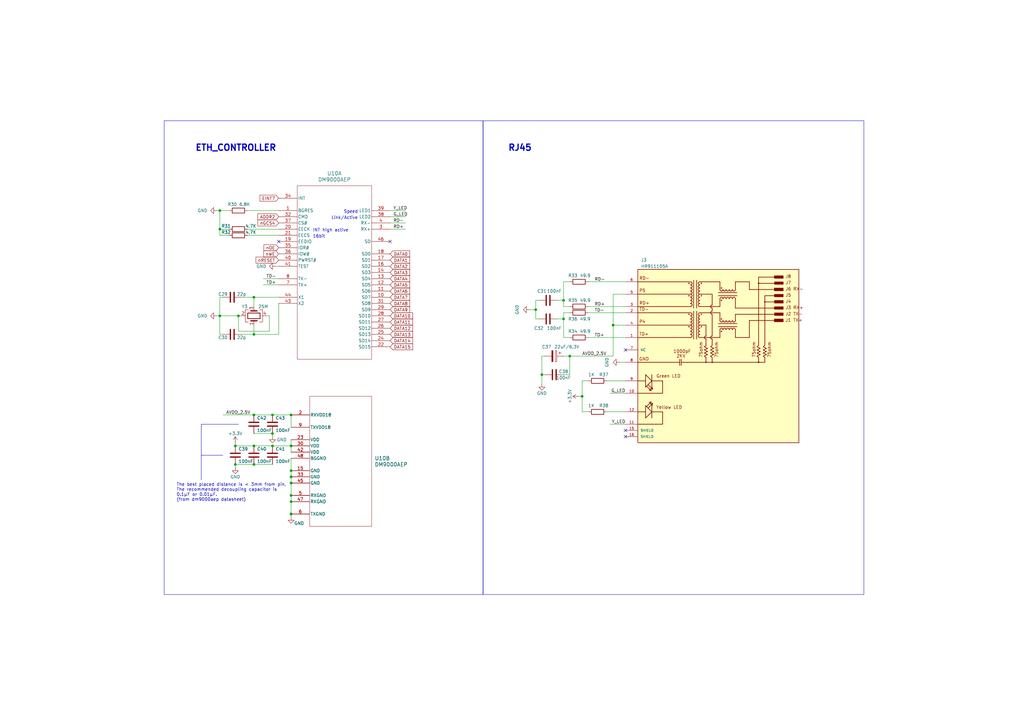
<source format=kicad_sch>
(kicad_sch (version 20230121) (generator eeschema)
  (paper "A3")
  (lib_symbols
    (symbol "DM9000BEP:DM9000BEP" (pin_names (offset 0.254))
      (property "Reference" "U" (at 22.86 10.16 0))
      (property "Value" "DM9000BEP" (at 22.86 7.62 0))
      (symbol "DM9000BEP_1_1"
        (polyline (pts (xy 7.62 -66.04) (xy 38.1 -66.04)) (stroke (width 0.127)))
        (polyline (pts (xy 7.62 5.08) (xy 7.62 -66.04)) (stroke (width 0.127)))
        (polyline (pts (xy 38.1 -66.04) (xy 38.1 5.08)) (stroke (width 0.127)))
        (polyline (pts (xy 38.1 5.08) (xy 7.62 5.08)) (stroke (width 0.127)))
        (pin unspecified line (at 0 -5.08 0) (length 7.62) (name "BGRES") (number "1"))
        (pin bidirectional line (at 45.72 -40.64 180) (length 7.62) (name "SD7") (number "10"))
        (pin bidirectional line (at 45.72 -38.1 180) (length 7.62) (name "SD6") (number "11"))
        (pin bidirectional line (at 45.72 -35.56 180) (length 7.62) (name "SD5") (number "12"))
        (pin bidirectional line (at 45.72 -33.02 180) (length 7.62) (name "SD4") (number "13"))
        (pin bidirectional line (at 45.72 -30.48 180) (length 7.62) (name "SD3") (number "14"))
        (pin bidirectional line (at 45.72 -27.94 180) (length 7.62) (name "SD2") (number "16"))
        (pin bidirectional line (at 45.72 -25.4 180) (length 7.62) (name "SD1") (number "17"))
        (pin bidirectional line (at 45.72 -22.86 180) (length 7.62) (name "SD0") (number "18"))
        (pin unspecified line (at 0 -17.78 0) (length 7.62) (name "EEDIO") (number "19"))
        (pin unspecified line (at 0 -12.7 0) (length 7.62) (name "EECK") (number "20"))
        (pin unspecified line (at 0 -15.24 0) (length 7.62) (name "EECS") (number "21"))
        (pin bidirectional line (at 45.72 -60.96 180) (length 7.62) (name "SD15") (number "22"))
        (pin bidirectional line (at 45.72 -58.42 180) (length 7.62) (name "SD14") (number "24"))
        (pin bidirectional line (at 45.72 -55.88 180) (length 7.62) (name "SD13") (number "25"))
        (pin bidirectional line (at 45.72 -53.34 180) (length 7.62) (name "SD12") (number "26"))
        (pin bidirectional line (at 45.72 -50.8 180) (length 7.62) (name "SD11") (number "27"))
        (pin bidirectional line (at 45.72 -48.26 180) (length 7.62) (name "SD10") (number "28"))
        (pin bidirectional line (at 45.72 -45.72 180) (length 7.62) (name "SD9") (number "29"))
        (pin unspecified line (at 45.72 -12.7 180) (length 7.62) (name "RX+") (number "3"))
        (pin bidirectional line (at 45.72 -43.18 180) (length 7.62) (name "SD8") (number "31"))
        (pin unspecified line (at 0 -7.62 0) (length 7.62) (name "CMD") (number "32"))
        (pin unspecified line (at 0 0 0) (length 7.62) (name "INT") (number "34"))
        (pin unspecified line (at 0 -20.32 0) (length 7.62) (name "IOR#") (number "35"))
        (pin unspecified line (at 0 -22.86 0) (length 7.62) (name "IOW#") (number "36"))
        (pin unspecified line (at 0 -10.16 0) (length 7.62) (name "CS#") (number "37"))
        (pin bidirectional line (at 45.72 -7.62 180) (length 7.62) (name "LED2") (number "38"))
        (pin bidirectional line (at 45.72 -5.08 180) (length 7.62) (name "LED1") (number "39"))
        (pin unspecified line (at 45.72 -10.16 180) (length 7.62) (name "RX-") (number "4"))
        (pin unspecified line (at 0 -25.4 0) (length 7.62) (name "PWRST#") (number "40"))
        (pin unspecified line (at 0 -27.94 0) (length 7.62) (name "TEST") (number "41"))
        (pin unspecified line (at 0 -43.18 0) (length 7.62) (name "X2") (number "43"))
        (pin bidirectional line (at 0 -40.64 0) (length 7.62) (name "X1") (number "44"))
        (pin unspecified line (at 45.72 -17.78 180) (length 7.62) (name "SD") (number "46"))
        (pin unspecified line (at 0 -35.56 0) (length 7.62) (name "TX+") (number "7"))
        (pin unspecified line (at 0 -33.02 0) (length 7.62) (name "TX-") (number "8"))
      )
      (symbol "DM9000BEP_2_1"
        (polyline (pts (xy 7.62 -45.72) (xy 33.02 -45.72)) (stroke (width 0.127)))
        (polyline (pts (xy 7.62 7.62) (xy 7.62 -45.72)) (stroke (width 0.127)))
        (polyline (pts (xy 33.02 -45.72) (xy 33.02 7.62)) (stroke (width 0.127)))
        (polyline (pts (xy 33.02 7.62) (xy 7.62 7.62)) (stroke (width 0.127)))
        (pin power_out line (at 0 -22.86 0) (length 7.62) (name "GND") (number "15"))
        (pin power_in line (at 0 0 0) (length 7.62) (name "RXVDD18") (number "2"))
        (pin power_in line (at 0 -10.16 0) (length 7.62) (name "VDD") (number "23"))
        (pin power_in line (at 0 -12.7 0) (length 7.62) (name "VDD") (number "30"))
        (pin power_out line (at 0 -25.4 0) (length 7.62) (name "GND") (number "33"))
        (pin power_in line (at 0 -15.24 0) (length 7.62) (name "VDD") (number "42"))
        (pin power_out line (at 0 -27.94 0) (length 7.62) (name "GND") (number "45"))
        (pin power_out line (at 0 -35.56 0) (length 7.62) (name "RXGND") (number "47"))
        (pin power_out line (at 0 -17.78 0) (length 7.62) (name "BGGND") (number "48"))
        (pin power_out line (at 0 -33.02 0) (length 7.62) (name "RXGND") (number "5"))
        (pin power_out line (at 0 -40.64 0) (length 7.62) (name "TXGND") (number "6"))
        (pin power_in line (at 0 -5.08 0) (length 7.62) (name "TXVDD18") (number "9"))
      )
    )
    (symbol "Device:C" (pin_numbers hide) (pin_names (offset 0.254))
      (property "Reference" "C" (at 0.635 2.54 0))
      (property "Value" "C" (at 0.635 -2.54 0))
      (symbol "C_0_1"
        (polyline (pts (xy -2.032 -0.762) (xy 2.032 -0.762)) (stroke (width 0.508)))
        (polyline (pts (xy -2.032 0.762) (xy 2.032 0.762)) (stroke (width 0.508)))
      )
      (symbol "C_1_1"
        (pin passive line (at 0 3.81 270) (length 2.794) (name "~") (number "1"))
        (pin passive line (at 0 -3.81 90) (length 2.794) (name "~") (number "2"))
      )
    )
    (symbol "Device:C_Polarized" (pin_numbers hide) (pin_names (offset 0.254))
      (property "Reference" "C" (at 0.635 2.54 0))
      (property "Value" "C_Polarized" (at 0.635 -2.54 0))
      (symbol "C_Polarized_0_1"
        (rectangle (start -2.286 0.508) (end 2.286 1.016))
        (polyline (pts (xy -1.778 2.286) (xy -0.762 2.286)))
        (polyline (pts (xy -1.27 2.794) (xy -1.27 1.778)))
        (rectangle (start 2.286 -0.508) (end -2.286 -1.016) (fill (type outline)))
      )
      (symbol "C_Polarized_1_1"
        (pin passive line (at 0 3.81 270) (length 2.794) (name "~") (number "1"))
        (pin passive line (at 0 -3.81 90) (length 2.794) (name "~") (number "2"))
      )
    )
    (symbol "Device:Crystal_GND24" (pin_names (offset 1.016) hide)
      (property "Reference" "Y" (at 3.175 5.08 0))
      (property "Value" "Crystal_GND24" (at 3.175 3.175 0))
      (symbol "Crystal_GND24_0_1"
        (rectangle (start -1.143 2.54) (end 1.143 -2.54) (stroke (width 0.3048)))
        (polyline (pts (xy -2.54 0) (xy -2.032 0)))
        (polyline (pts (xy -2.032 -1.27) (xy -2.032 1.27)) (stroke (width 0.508)))
        (polyline (pts (xy 0 -3.81) (xy 0 -3.556)))
        (polyline (pts (xy 0 3.556) (xy 0 3.81)))
        (polyline (pts (xy 2.032 -1.27) (xy 2.032 1.27)) (stroke (width 0.508)))
        (polyline (pts (xy 2.032 0) (xy 2.54 0)))
        (polyline (pts (xy -2.54 -2.286) (xy -2.54 -3.556) (xy 2.54 -3.556) (xy 2.54 -2.286)))
        (polyline (pts (xy -2.54 2.286) (xy -2.54 3.556) (xy 2.54 3.556) (xy 2.54 2.286)))
      )
      (symbol "Crystal_GND24_1_1"
        (pin passive line (at -3.81 0 0) (length 1.27) (name "1") (number "1"))
        (pin passive line (at 0 5.08 270) (length 1.27) (name "2") (number "2"))
        (pin passive line (at 3.81 0 180) (length 1.27) (name "3") (number "3"))
        (pin passive line (at 0 -5.08 90) (length 1.27) (name "4") (number "4"))
      )
    )
    (symbol "Device:R" (pin_numbers hide) (pin_names (offset 0))
      (property "Reference" "R" (at 2.032 0 90))
      (property "Value" "R" (at 0 0 90))
      (symbol "R_0_1"
        (rectangle (start -1.016 -2.54) (end 1.016 2.54) (stroke (width 0.254)))
      )
      (symbol "R_1_1"
        (pin passive line (at 0 3.81 270) (length 1.27) (name "~") (number "1"))
        (pin passive line (at 0 -3.81 90) (length 1.27) (name "~") (number "2"))
      )
    )
    (symbol "HR911105A:HR911105A" (pin_names (offset 1.016))
      (property "Reference" "J3" (at -31.75 39.37 0))
      (property "Value" "HR911105A" (at -31.75 36.83 0))
      (symbol "HR911105A_0_0"
        (rectangle (start -33.02 -35.56) (end 33.02 35.56) (stroke (width 0.254)) (fill (type background)))
        (circle (center -12.065 12.065) (radius 0.1524) (stroke (width 0.254)))
        (circle (center -12.065 17.145) (radius 0.1524) (stroke (width 0.254)))
        (circle (center -12.065 24.765) (radius 0.1524) (stroke (width 0.254)))
        (circle (center -12.065 29.845) (radius 0.1524) (stroke (width 0.254)))
        (arc (start -11.43 7.62) (mid -10.981 7.806) (end -10.795 8.255) (stroke (width 0.254)))
        (arc (start -11.43 8.89) (mid -11.0274 9.1224) (end -10.795 9.525) (stroke (width 0.254)))
        (arc (start -11.43 10.16) (mid -10.981 10.346) (end -10.795 10.795) (stroke (width 0.254)))
        (arc (start -11.43 11.43) (mid -10.981 11.616) (end -10.795 12.065) (stroke (width 0.254)))
        (arc (start -11.43 12.7) (mid -10.981 12.886) (end -10.795 13.335) (stroke (width 0.254)))
        (arc (start -11.43 13.97) (mid -10.981 14.156) (end -10.795 14.605) (stroke (width 0.254)))
        (arc (start -11.43 15.24) (mid -10.981 15.426) (end -10.795 15.875) (stroke (width 0.254)))
        (arc (start -11.43 16.51) (mid -10.981 16.696) (end -10.795 17.145) (stroke (width 0.254)))
        (arc (start -11.43 20.32) (mid -10.981 20.506) (end -10.795 20.955) (stroke (width 0.254)))
        (arc (start -11.43 21.59) (mid -11.0274 21.8224) (end -10.795 22.225) (stroke (width 0.254)))
        (arc (start -11.43 22.86) (mid -10.981 23.046) (end -10.795 23.495) (stroke (width 0.254)))
        (arc (start -11.43 24.13) (mid -10.981 24.316) (end -10.795 24.765) (stroke (width 0.254)))
        (arc (start -11.43 25.4) (mid -10.981 25.586) (end -10.795 26.035) (stroke (width 0.254)))
        (arc (start -11.43 26.67) (mid -10.981 26.856) (end -10.795 27.305) (stroke (width 0.254)))
        (arc (start -11.43 27.94) (mid -10.981 28.126) (end -10.795 28.575) (stroke (width 0.254)))
        (arc (start -11.43 29.21) (mid -10.981 29.396) (end -10.795 29.845) (stroke (width 0.254)))
        (arc (start -10.795 8.255) (mid -10.981 8.704) (end -11.43 8.89) (stroke (width 0.254)))
        (arc (start -10.795 9.525) (mid -10.981 9.974) (end -11.43 10.16) (stroke (width 0.254)))
        (arc (start -10.795 10.795) (mid -10.981 11.244) (end -11.43 11.43) (stroke (width 0.254)))
        (arc (start -10.795 12.065) (mid -10.981 12.514) (end -11.43 12.7) (stroke (width 0.254)))
        (arc (start -10.795 13.335) (mid -10.981 13.784) (end -11.43 13.97) (stroke (width 0.254)))
        (arc (start -10.795 14.605) (mid -10.981 15.054) (end -11.43 15.24) (stroke (width 0.254)))
        (arc (start -10.795 15.875) (mid -10.981 16.324) (end -11.43 16.51) (stroke (width 0.254)))
        (arc (start -10.795 17.145) (mid -10.981 17.594) (end -11.43 17.78) (stroke (width 0.254)))
        (arc (start -10.795 20.955) (mid -10.981 21.404) (end -11.43 21.59) (stroke (width 0.254)))
        (arc (start -10.795 22.225) (mid -10.981 22.674) (end -11.43 22.86) (stroke (width 0.254)))
        (arc (start -10.795 23.495) (mid -10.981 23.944) (end -11.43 24.13) (stroke (width 0.254)))
        (arc (start -10.795 24.765) (mid -10.981 25.214) (end -11.43 25.4) (stroke (width 0.254)))
        (arc (start -10.795 26.035) (mid -10.981 26.484) (end -11.43 26.67) (stroke (width 0.254)))
        (arc (start -10.795 27.305) (mid -10.981 27.754) (end -11.43 27.94) (stroke (width 0.254)))
        (arc (start -10.795 28.575) (mid -10.981 29.024) (end -11.43 29.21) (stroke (width 0.254)))
        (arc (start -10.795 29.845) (mid -10.981 30.294) (end -11.43 30.48) (stroke (width 0.254)))
        (arc (start -8.255 8.255) (mid -8.069 7.806) (end -7.62 7.62) (stroke (width 0.254)))
        (arc (start -8.255 9.525) (mid -8.069 9.076) (end -7.62 8.89) (stroke (width 0.254)))
        (arc (start -8.255 10.795) (mid -8.069 10.346) (end -7.62 10.16) (stroke (width 0.254)))
        (arc (start -8.255 12.065) (mid -8.069 11.616) (end -7.62 11.43) (stroke (width 0.254)))
        (arc (start -8.255 13.335) (mid -8.069 12.886) (end -7.62 12.7) (stroke (width 0.254)))
        (arc (start -8.255 14.605) (mid -8.069 14.156) (end -7.62 13.97) (stroke (width 0.254)))
        (arc (start -8.255 15.875) (mid -8.069 15.426) (end -7.62 15.24) (stroke (width 0.254)))
        (arc (start -8.255 17.145) (mid -8.069 16.696) (end -7.62 16.51) (stroke (width 0.254)))
        (arc (start -8.255 20.955) (mid -8.069 20.506) (end -7.62 20.32) (stroke (width 0.254)))
        (arc (start -8.255 22.225) (mid -8.069 21.776) (end -7.62 21.59) (stroke (width 0.254)))
        (arc (start -8.255 23.495) (mid -8.069 23.046) (end -7.62 22.86) (stroke (width 0.254)))
        (arc (start -8.255 24.765) (mid -8.069 24.316) (end -7.62 24.13) (stroke (width 0.254)))
        (arc (start -8.255 26.035) (mid -8.069 25.586) (end -7.62 25.4) (stroke (width 0.254)))
        (arc (start -8.255 27.305) (mid -8.069 26.856) (end -7.62 26.67) (stroke (width 0.254)))
        (arc (start -8.255 28.575) (mid -8.069 28.126) (end -7.62 27.94) (stroke (width 0.254)))
        (arc (start -8.255 29.845) (mid -8.069 29.396) (end -7.62 29.21) (stroke (width 0.254)))
        (arc (start -7.62 8.89) (mid -8.069 8.704) (end -8.255 8.255) (stroke (width 0.254)))
        (arc (start -7.62 10.16) (mid -8.069 9.974) (end -8.255 9.525) (stroke (width 0.254)))
        (arc (start -7.62 11.43) (mid -8.069 11.244) (end -8.255 10.795) (stroke (width 0.254)))
        (arc (start -7.62 12.7) (mid -8.069 12.514) (end -8.255 12.065) (stroke (width 0.254)))
        (arc (start -7.62 13.97) (mid -8.069 13.784) (end -8.255 13.335) (stroke (width 0.254)))
        (arc (start -7.62 15.24) (mid -8.069 15.054) (end -8.255 14.605) (stroke (width 0.254)))
        (arc (start -7.62 16.51) (mid -8.0226 16.2776) (end -8.255 15.875) (stroke (width 0.254)))
        (arc (start -7.62 17.78) (mid -8.069 17.594) (end -8.255 17.145) (stroke (width 0.254)))
        (arc (start -7.62 21.59) (mid -8.069 21.404) (end -8.255 20.955) (stroke (width 0.254)))
        (arc (start -7.62 22.86) (mid -8.069 22.674) (end -8.255 22.225) (stroke (width 0.254)))
        (arc (start -7.62 24.13) (mid -8.069 23.944) (end -8.255 23.495) (stroke (width 0.254)))
        (arc (start -7.62 25.4) (mid -8.069 25.214) (end -8.255 24.765) (stroke (width 0.254)))
        (arc (start -7.62 26.67) (mid -8.069 26.484) (end -8.255 26.035) (stroke (width 0.254)))
        (arc (start -7.62 27.94) (mid -8.069 27.754) (end -8.255 27.305) (stroke (width 0.254)))
        (arc (start -7.62 29.21) (mid -8.0226 28.9776) (end -8.255 28.575) (stroke (width 0.254)))
        (arc (start -7.62 30.48) (mid -8.069 30.294) (end -8.255 29.845) (stroke (width 0.254)))
        (circle (center -6.985 12.065) (radius 0.1524) (stroke (width 0.254)))
        (circle (center -6.985 17.145) (radius 0.1524) (stroke (width 0.254)))
        (circle (center -6.985 24.765) (radius 0.1524) (stroke (width 0.254)))
        (circle (center -6.985 29.845) (radius 0.1524) (stroke (width 0.254)))
        (arc (start -5.715 7.62) (mid -5.529 7.171) (end -5.08 6.985) (stroke (width 0.254)))
        (circle (center -5.08 -2.54) (radius 0.1778) (stroke (width 0.254)))
        (arc (start -5.08 8.255) (mid -5.529 8.069) (end -5.715 7.62) (stroke (width 0.254)))
        (arc (start -3.175 7.62) (mid -2.989 7.171) (end -2.54 6.985) (stroke (width 0.254)))
        (arc (start -3.175 17.78) (mid -2.989 17.331) (end -2.54 17.145) (stroke (width 0.254)))
        (arc (start -3.175 20.32) (mid -2.989 19.871) (end -2.54 19.685) (stroke (width 0.254)))
        (circle (center -2.54 -2.54) (radius 0.1778) (stroke (width 0.254)))
        (arc (start -2.54 8.255) (mid -2.989 8.069) (end -3.175 7.62) (stroke (width 0.254)))
        (arc (start -2.54 18.415) (mid -2.989 18.229) (end -3.175 17.78) (stroke (width 0.254)))
        (arc (start -2.54 20.955) (mid -2.989 20.769) (end -3.175 20.32) (stroke (width 0.254)))
        (polyline (pts (xy -33.02 -27.94) (xy -22.86 -27.94)) (stroke (width 0.254)))
        (polyline (pts (xy -33.02 -15.24) (xy -22.86 -15.24)) (stroke (width 0.254)))
        (polyline (pts (xy -33.02 12.7) (xy -11.43 12.7)) (stroke (width 0.254)))
        (polyline (pts (xy -33.02 20.32) (xy -11.43 20.32)) (stroke (width 0.254)))
        (polyline (pts (xy -29.845 -25.4) (xy -27.305 -22.86)) (stroke (width 0.254)))
        (polyline (pts (xy -29.845 -22.86) (xy -33.02 -22.86)) (stroke (width 0.254)))
        (polyline (pts (xy -29.845 -22.86) (xy -29.845 -25.4)) (stroke (width 0.254)))
        (polyline (pts (xy -29.845 -20.32) (xy -29.845 -22.86)) (stroke (width 0.254)))
        (polyline (pts (xy -29.845 -12.7) (xy -29.845 -10.16)) (stroke (width 0.254)))
        (polyline (pts (xy -29.845 -10.16) (xy -33.02 -10.16)) (stroke (width 0.254)))
        (polyline (pts (xy -29.845 -10.16) (xy -29.845 -7.62)) (stroke (width 0.254)))
        (polyline (pts (xy -29.845 -7.62) (xy -27.305 -10.16)) (stroke (width 0.254)))
        (polyline (pts (xy -29.464 -20.701) (xy -29.845 -20.32)) (stroke (width 0.254)))
        (polyline (pts (xy -29.464 -20.701) (xy -27.559 -18.796)) (stroke (width 0.254)))
        (polyline (pts (xy -29.464 -12.319) (xy -29.845 -12.7)) (stroke (width 0.254)))
        (polyline (pts (xy -29.464 -12.319) (xy -27.559 -14.224)) (stroke (width 0.254)))
        (polyline (pts (xy -28.829 -21.336) (xy -29.464 -20.701)) (stroke (width 0.254)))
        (polyline (pts (xy -28.829 -21.336) (xy -26.924 -19.431)) (stroke (width 0.254)))
        (polyline (pts (xy -28.829 -11.684) (xy -29.464 -12.319)) (stroke (width 0.254)))
        (polyline (pts (xy -28.829 -11.684) (xy -26.924 -13.589)) (stroke (width 0.254)))
        (polyline (pts (xy -27.559 -18.796) (xy -28.448 -19.05)) (stroke (width 0.254)))
        (polyline (pts (xy -27.559 -18.796) (xy -27.813 -19.685)) (stroke (width 0.254)))
        (polyline (pts (xy -27.559 -14.224) (xy -28.448 -13.97)) (stroke (width 0.254)))
        (polyline (pts (xy -27.559 -14.224) (xy -27.813 -13.335)) (stroke (width 0.254)))
        (polyline (pts (xy -27.305 -22.86) (xy -28.829 -21.336)) (stroke (width 0.254)))
        (polyline (pts (xy -27.305 -22.86) (xy -27.305 -25.4)) (stroke (width 0.254)))
        (polyline (pts (xy -27.305 -22.86) (xy -22.86 -22.86)) (stroke (width 0.254)))
        (polyline (pts (xy -27.305 -20.32) (xy -27.305 -22.86)) (stroke (width 0.254)))
        (polyline (pts (xy -27.305 -12.7) (xy -27.305 -10.16)) (stroke (width 0.254)))
        (polyline (pts (xy -27.305 -10.16) (xy -28.829 -11.684)) (stroke (width 0.254)))
        (polyline (pts (xy -27.305 -10.16) (xy -27.305 -7.62)) (stroke (width 0.254)))
        (polyline (pts (xy -27.305 -10.16) (xy -22.86 -10.16)) (stroke (width 0.254)))
        (polyline (pts (xy -26.924 -19.431) (xy -27.813 -19.685)) (stroke (width 0.254)))
        (polyline (pts (xy -26.924 -19.431) (xy -27.178 -20.32)) (stroke (width 0.254)))
        (polyline (pts (xy -26.924 -13.589) (xy -27.813 -13.335)) (stroke (width 0.254)))
        (polyline (pts (xy -26.924 -13.589) (xy -27.178 -12.7)) (stroke (width 0.254)))
        (polyline (pts (xy -22.86 -27.94) (xy -22.86 -22.86)) (stroke (width 0.254)))
        (polyline (pts (xy -22.86 -15.24) (xy -22.86 -10.16)) (stroke (width 0.254)))
        (polyline (pts (xy -15.875 -2.54) (xy -33.02 -2.54)) (stroke (width 0.254)))
        (polyline (pts (xy -15.875 -2.54) (xy -15.875 -3.81)) (stroke (width 0.254)))
        (polyline (pts (xy -15.875 -1.27) (xy -15.875 -2.54)) (stroke (width 0.254)))
        (polyline (pts (xy -15.24 -2.54) (xy -15.24 -3.81)) (stroke (width 0.254)))
        (polyline (pts (xy -15.24 -2.54) (xy -15.24 -1.27)) (stroke (width 0.254)))
        (polyline (pts (xy -11.43 7.62) (xy -33.02 7.62)) (stroke (width 0.254)))
        (polyline (pts (xy -11.43 17.78) (xy -33.02 17.78)) (stroke (width 0.254)))
        (polyline (pts (xy -11.43 25.4) (xy -33.02 25.4)) (stroke (width 0.254)))
        (polyline (pts (xy -11.43 30.48) (xy -33.02 30.48)) (stroke (width 0.254)))
        (polyline (pts (xy -10.16 18.415) (xy -10.16 6.985)) (stroke (width 0.254)))
        (polyline (pts (xy -10.16 31.115) (xy -10.16 19.685)) (stroke (width 0.254)))
        (polyline (pts (xy -8.89 18.415) (xy -8.89 6.985)) (stroke (width 0.254)))
        (polyline (pts (xy -8.89 31.115) (xy -8.89 19.685)) (stroke (width 0.254)))
        (polyline (pts (xy -7.62 7.62) (xy -5.715 7.62)) (stroke (width 0.254)))
        (polyline (pts (xy -7.62 20.32) (xy -3.175 20.32)) (stroke (width 0.254)))
        (polyline (pts (xy -7.62 25.4) (xy -2.54 25.4)) (stroke (width 0.254)))
        (polyline (pts (xy -5.715 0) (xy -5.08 -0.635)) (stroke (width 0.254)))
        (polyline (pts (xy -5.715 1.27) (xy -4.445 0.635)) (stroke (width 0.254)))
        (polyline (pts (xy -5.715 2.54) (xy -4.445 1.905)) (stroke (width 0.254)))
        (polyline (pts (xy -5.715 3.81) (xy -4.445 3.175)) (stroke (width 0.254)))
        (polyline (pts (xy -5.715 7.62) (xy -3.175 7.62)) (stroke (width 0.254)))
        (polyline (pts (xy -5.08 -2.54) (xy -15.24 -2.54)) (stroke (width 0.254)))
        (polyline (pts (xy -5.08 -0.635) (xy -5.08 -2.54)) (stroke (width 0.254)))
        (polyline (pts (xy -5.08 4.445) (xy -5.715 3.81)) (stroke (width 0.254)))
        (polyline (pts (xy -5.08 6.985) (xy -5.08 4.445)) (stroke (width 0.254)))
        (polyline (pts (xy -5.08 8.255) (xy -5.08 12.7)) (stroke (width 0.254)))
        (polyline (pts (xy -5.08 12.7) (xy -7.62 12.7)) (stroke (width 0.254)))
        (polyline (pts (xy -4.445 0.635) (xy -5.715 0)) (stroke (width 0.254)))
        (polyline (pts (xy -4.445 1.905) (xy -5.715 1.27)) (stroke (width 0.254)))
        (polyline (pts (xy -4.445 3.175) (xy -5.715 2.54)) (stroke (width 0.254)))
        (polyline (pts (xy -3.175 0) (xy -2.54 -0.635)) (stroke (width 0.254)))
        (polyline (pts (xy -3.175 1.27) (xy -1.905 0.635)) (stroke (width 0.254)))
        (polyline (pts (xy -3.175 2.54) (xy -1.905 1.905)) (stroke (width 0.254)))
        (polyline (pts (xy -3.175 3.81) (xy -1.905 3.175)) (stroke (width 0.254)))
        (polyline (pts (xy -3.175 7.62) (xy 0.635 7.62)) (stroke (width 0.254)))
        (polyline (pts (xy -3.175 17.78) (xy -7.62 17.78)) (stroke (width 0.254)))
        (polyline (pts (xy -3.175 20.32) (xy 0.635 20.32)) (stroke (width 0.254)))
        (polyline (pts (xy -2.54 -0.635) (xy -2.54 -2.54)) (stroke (width 0.254)))
        (polyline (pts (xy -2.54 4.445) (xy -3.175 3.81)) (stroke (width 0.254)))
        (polyline (pts (xy -2.54 6.985) (xy -2.54 4.445)) (stroke (width 0.254)))
        (polyline (pts (xy -2.54 17.145) (xy -2.54 8.255)) (stroke (width 0.254)))
        (polyline (pts (xy -2.54 19.685) (xy -2.54 18.415)) (stroke (width 0.254)))
        (polyline (pts (xy -2.54 25.4) (xy -2.54 20.955)) (stroke (width 0.254)))
        (polyline (pts (xy -1.905 0.635) (xy -3.175 0)) (stroke (width 0.254)))
        (polyline (pts (xy -1.905 1.905) (xy -3.175 1.27)) (stroke (width 0.254)))
        (polyline (pts (xy -1.905 3.175) (xy -3.175 2.54)) (stroke (width 0.254)))
        (polyline (pts (xy 0 12.065) (xy 7.62 12.065)) (stroke (width 0.254)))
        (polyline (pts (xy 0 13.335) (xy 7.62 13.335)) (stroke (width 0.254)))
        (polyline (pts (xy 0 24.765) (xy 7.62 24.765)) (stroke (width 0.254)))
        (polyline (pts (xy 0 26.035) (xy 7.62 26.035)) (stroke (width 0.254)))
        (polyline (pts (xy 0.635 7.62) (xy 0.635 10.795)) (stroke (width 0.254)))
        (polyline (pts (xy 0.635 14.605) (xy 0.635 17.78)) (stroke (width 0.254)))
        (polyline (pts (xy 0.635 17.78) (xy -3.175 17.78)) (stroke (width 0.254)))
        (polyline (pts (xy 0.635 20.32) (xy 0.635 23.495)) (stroke (width 0.254)))
        (polyline (pts (xy 0.635 27.305) (xy 0.635 30.48)) (stroke (width 0.254)))
        (polyline (pts (xy 0.635 30.48) (xy -7.62 30.48)) (stroke (width 0.254)))
        (polyline (pts (xy 6.985 10.795) (xy 6.985 7.62)) (stroke (width 0.254)))
        (polyline (pts (xy 6.985 17.145) (xy 6.985 14.605)) (stroke (width 0.254)))
        (polyline (pts (xy 6.985 23.495) (xy 6.985 19.685)) (stroke (width 0.254)))
        (polyline (pts (xy 6.985 30.48) (xy 6.985 27.305)) (stroke (width 0.254)))
        (polyline (pts (xy 12.7 7.62) (xy 6.985 7.62)) (stroke (width 0.254)))
        (polyline (pts (xy 12.7 14.605) (xy 12.7 7.62)) (stroke (width 0.254)))
        (polyline (pts (xy 12.7 27.305) (xy 12.7 30.48)) (stroke (width 0.254)))
        (polyline (pts (xy 12.7 30.48) (xy 6.985 30.48)) (stroke (width 0.254)))
        (polyline (pts (xy 15.875 0) (xy 16.51 -0.635)) (stroke (width 0.254)))
        (polyline (pts (xy 15.875 1.27) (xy 17.145 0.635)) (stroke (width 0.254)))
        (polyline (pts (xy 15.875 2.54) (xy 17.145 1.905)) (stroke (width 0.254)))
        (polyline (pts (xy 15.875 3.81) (xy 17.145 3.175)) (stroke (width 0.254)))
        (polyline (pts (xy 16.51 -0.635) (xy 16.51 -2.54)) (stroke (width 0.254)))
        (polyline (pts (xy 16.51 4.445) (xy 15.875 3.81)) (stroke (width 0.254)))
        (polyline (pts (xy 16.51 29.845) (xy 16.51 4.445)) (stroke (width 0.254)))
        (polyline (pts (xy 16.51 29.845) (xy 23.495 29.845)) (stroke (width 0.254)))
        (polyline (pts (xy 16.51 32.385) (xy 16.51 29.845)) (stroke (width 0.254)))
        (polyline (pts (xy 17.145 0.635) (xy 15.875 0)) (stroke (width 0.254)))
        (polyline (pts (xy 17.145 1.905) (xy 15.875 1.27)) (stroke (width 0.254)))
        (polyline (pts (xy 17.145 3.175) (xy 15.875 2.54)) (stroke (width 0.254)))
        (polyline (pts (xy 18.415 0) (xy 19.05 -0.635)) (stroke (width 0.254)))
        (polyline (pts (xy 18.415 1.27) (xy 19.685 0.635)) (stroke (width 0.254)))
        (polyline (pts (xy 18.415 2.54) (xy 19.685 1.905)) (stroke (width 0.254)))
        (polyline (pts (xy 18.415 3.81) (xy 19.685 3.175)) (stroke (width 0.254)))
        (polyline (pts (xy 19.05 -2.54) (xy -5.08 -2.54)) (stroke (width 0.254)))
        (polyline (pts (xy 19.05 -0.635) (xy 19.05 -2.54)) (stroke (width 0.254)))
        (polyline (pts (xy 19.05 4.445) (xy 18.415 3.81)) (stroke (width 0.254)))
        (polyline (pts (xy 19.05 22.225) (xy 19.05 4.445)) (stroke (width 0.254)))
        (polyline (pts (xy 19.05 22.225) (xy 23.495 22.225)) (stroke (width 0.254)))
        (polyline (pts (xy 19.05 24.765) (xy 19.05 22.225)) (stroke (width 0.254)))
        (polyline (pts (xy 19.685 0.635) (xy 18.415 0)) (stroke (width 0.254)))
        (polyline (pts (xy 19.685 1.905) (xy 18.415 1.27)) (stroke (width 0.254)))
        (polyline (pts (xy 19.685 3.175) (xy 18.415 2.54)) (stroke (width 0.254)))
        (polyline (pts (xy 23.495 14.605) (xy 12.7 14.605)) (stroke (width 0.254)))
        (polyline (pts (xy 23.495 17.145) (xy 6.985 17.145)) (stroke (width 0.254)))
        (polyline (pts (xy 23.495 19.685) (xy 6.985 19.685)) (stroke (width 0.254)))
        (polyline (pts (xy 23.495 24.765) (xy 19.05 24.765)) (stroke (width 0.254)))
        (polyline (pts (xy 23.495 27.305) (xy 12.7 27.305)) (stroke (width 0.254)))
        (polyline (pts (xy 23.495 32.385) (xy 16.51 32.385)) (stroke (width 0.254)))
        (arc (start 0.635 14.605) (mid 0.821 14.156) (end 1.27 13.97) (stroke (width 0.254)))
        (arc (start 0.635 27.305) (mid 0.821 26.856) (end 1.27 26.67) (stroke (width 0.254)))
        (circle (center 1.27 10.16) (radius 0.1524) (stroke (width 0.254)))
        (arc (start 1.27 11.43) (mid 0.821 11.244) (end 0.635 10.795) (stroke (width 0.254)))
        (arc (start 1.27 13.97) (mid 1.719 14.156) (end 1.905 14.605) (stroke (width 0.254)))
        (circle (center 1.27 15.24) (radius 0.1524) (stroke (width 0.254)))
        (circle (center 1.27 22.86) (radius 0.1524) (stroke (width 0.254)))
        (arc (start 1.27 24.13) (mid 0.821 23.944) (end 0.635 23.495) (stroke (width 0.254)))
        (arc (start 1.27 26.67) (mid 1.719 26.856) (end 1.905 27.305) (stroke (width 0.254)))
        (circle (center 1.27 27.94) (radius 0.1524) (stroke (width 0.254)))
        (arc (start 1.905 10.795) (mid 1.719 11.244) (end 1.27 11.43) (stroke (width 0.254)))
        (arc (start 1.905 14.605) (mid 2.091 14.156) (end 2.54 13.97) (stroke (width 0.254)))
        (arc (start 1.905 23.495) (mid 1.719 23.944) (end 1.27 24.13) (stroke (width 0.254)))
        (arc (start 1.905 27.305) (mid 2.091 26.856) (end 2.54 26.67) (stroke (width 0.254)))
        (arc (start 2.54 11.43) (mid 2.091 11.244) (end 1.905 10.795) (stroke (width 0.254)))
        (arc (start 2.54 13.97) (mid 2.989 14.156) (end 3.175 14.605) (stroke (width 0.254)))
        (arc (start 2.54 24.13) (mid 2.091 23.944) (end 1.905 23.495) (stroke (width 0.254)))
        (arc (start 2.54 26.67) (mid 2.989 26.856) (end 3.175 27.305) (stroke (width 0.254)))
        (arc (start 3.175 10.795) (mid 2.989 11.244) (end 2.54 11.43) (stroke (width 0.254)))
        (arc (start 3.175 14.605) (mid 3.361 14.156) (end 3.81 13.97) (stroke (width 0.254)))
        (arc (start 3.175 23.495) (mid 2.989 23.944) (end 2.54 24.13) (stroke (width 0.254)))
        (arc (start 3.175 27.305) (mid 3.361 26.856) (end 3.81 26.67) (stroke (width 0.254)))
        (arc (start 3.81 11.43) (mid 3.361 11.244) (end 3.175 10.795) (stroke (width 0.254)))
        (arc (start 3.81 13.97) (mid 4.259 14.156) (end 4.445 14.605) (stroke (width 0.254)))
        (arc (start 3.81 24.13) (mid 3.361 23.944) (end 3.175 23.495) (stroke (width 0.254)))
        (arc (start 3.81 26.67) (mid 4.259 26.856) (end 4.445 27.305) (stroke (width 0.254)))
        (arc (start 4.445 10.795) (mid 4.259 11.244) (end 3.81 11.43) (stroke (width 0.254)))
        (arc (start 4.445 14.605) (mid 4.631 14.156) (end 5.08 13.97) (stroke (width 0.254)))
        (arc (start 4.445 23.495) (mid 4.259 23.944) (end 3.81 24.13) (stroke (width 0.254)))
        (arc (start 4.445 27.305) (mid 4.631 26.856) (end 5.08 26.67) (stroke (width 0.254)))
        (arc (start 5.08 11.43) (mid 4.631 11.244) (end 4.445 10.795) (stroke (width 0.254)))
        (arc (start 5.08 13.97) (mid 5.529 14.156) (end 5.715 14.605) (stroke (width 0.254)))
        (arc (start 5.08 24.13) (mid 4.631 23.944) (end 4.445 23.495) (stroke (width 0.254)))
        (arc (start 5.08 26.67) (mid 5.529 26.856) (end 5.715 27.305) (stroke (width 0.254)))
        (arc (start 5.715 10.795) (mid 5.529 11.244) (end 5.08 11.43) (stroke (width 0.254)))
        (arc (start 5.715 14.605) (mid 5.901 14.156) (end 6.35 13.97) (stroke (width 0.254)))
        (arc (start 5.715 23.495) (mid 5.529 23.944) (end 5.08 24.13) (stroke (width 0.254)))
        (arc (start 5.715 27.305) (mid 5.901 26.856) (end 6.35 26.67) (stroke (width 0.254)))
        (arc (start 6.35 11.43) (mid 5.901 11.244) (end 5.715 10.795) (stroke (width 0.254)))
        (arc (start 6.35 13.97) (mid 6.799 14.156) (end 6.985 14.605) (stroke (width 0.254)))
        (arc (start 6.35 24.13) (mid 5.901 23.944) (end 5.715 23.495) (stroke (width 0.254)))
        (arc (start 6.35 26.67) (mid 6.799 26.856) (end 6.985 27.305) (stroke (width 0.254)))
        (arc (start 6.985 10.795) (mid 6.799 11.244) (end 6.35 11.43) (stroke (width 0.254)))
        (arc (start 6.985 23.495) (mid 6.799 23.944) (end 6.35 24.13) (stroke (width 0.254)))
        (circle (center 16.51 -2.54) (radius 0.1778) (stroke (width 0.254)))
        (circle (center 16.51 29.845) (radius 0.1796) (stroke (width 0.254)))
        (circle (center 19.05 22.225) (radius 0.1796) (stroke (width 0.254)))
        (rectangle (start 22.895 26.7109) (end 26.67 27.94) (stroke (width 0.1)) (fill (type outline)))
        (rectangle (start 22.9148 14.0035) (end 26.67 15.24) (stroke (width 0.1)) (fill (type outline)))
        (rectangle (start 22.9195 31.8326) (end 26.67 33.02) (stroke (width 0.1)) (fill (type outline)))
        (rectangle (start 22.9601 19.1332) (end 26.67 20.32) (stroke (width 0.1)) (fill (type outline)))
        (rectangle (start 22.9642 24.24) (end 26.67 25.4) (stroke (width 0.1)) (fill (type outline)))
        (rectangle (start 22.9856 21.7087) (end 26.67 22.86) (stroke (width 0.1)) (fill (type outline)))
        (rectangle (start 22.9894 29.3755) (end 26.67 30.48) (stroke (width 0.1)) (fill (type outline)))
        (rectangle (start 23.0037 16.6138) (end 26.67 17.78) (stroke (width 0.1)) (fill (type outline)))
        (text "1000pF" (at -18.5009 1.2418 0) (effects (font (size 1.2759 1.2759)) (justify left bottom)))
        (text "2KV" (at -17.2312 -0.672 0) (effects (font (size 1.2764 1.2764)) (justify left bottom)))
        (text "75ohm" (at -6.39 -0.6549 900) (effects (font (size 1.278 1.278)) (justify left bottom)))
        (text "75ohm" (at 0 -0.6673 900) (effects (font (size 1.2758 1.2758)) (justify left bottom)))
        (text "75ohm" (at 15.335 -0.6618 900) (effects (font (size 1.2779 1.2779)) (justify left bottom)))
        (text "75ohm" (at 21.6925 -0.6552 900) (effects (font (size 1.276 1.276)) (justify left bottom)))
        (text "GND" (at -32.5483 -1.9146 0) (effects (font (size 1.2764 1.2764)) (justify left bottom)))
        (text "Green LED" (at -25.4919 -8.9222 0) (effects (font (size 1.2757 1.2757)) (justify left bottom)))
        (text "J1 TX+" (at 27.4391 14.0069 0) (effects (font (size 1.2765 1.2765)) (justify left bottom)))
        (text "J2 TX-" (at 27.4571 16.5812 0) (effects (font (size 1.2773 1.2773)) (justify left bottom)))
        (text "J3 RX+" (at 27.4566 19.1518 0) (effects (font (size 1.2771 1.2771)) (justify left bottom)))
        (text "J4" (at 27.4594 21.7053 0) (effects (font (size 1.2773 1.2773)) (justify left bottom)))
        (text "J5" (at 27.4773 24.265 0) (effects (font (size 1.2782 1.2782)) (justify left bottom)))
        (text "J6 RX-" (at 27.4683 26.8166 0) (effects (font (size 1.2777 1.2777)) (justify left bottom)))
        (text "J7" (at 27.469 29.3671 0) (effects (font (size 1.2778 1.2778)) (justify left bottom)))
        (text "J8" (at 27.4681 31.9296 0) (effects (font (size 1.2777 1.2777)) (justify left bottom)))
        (text "P4" (at -32.5444 13.4006 0) (effects (font (size 1.2763 1.2763)) (justify left bottom)))
        (text "P5" (at -32.5348 26.1555 0) (effects (font (size 1.2759 1.2759)) (justify left bottom)))
        (text "RD+" (at -32.4935 21.0252 0) (effects (font (size 1.2743 1.2743)) (justify left bottom)))
        (text "RD-" (at -32.4987 31.2242 0) (effects (font (size 1.2745 1.2745)) (justify left bottom)))
        (text "TD+" (at -32.5695 8.302 0) (effects (font (size 1.2772 1.2772)) (justify left bottom)))
        (text "TD-" (at -32.5142 18.4885 0) (effects (font (size 1.2751 1.2751)) (justify left bottom)))
        (text "Yellow LED" (at -25.5352 -21.705 0) (effects (font (size 1.2791 1.2791)) (justify left bottom)))
        (pin passive line (at -38.1 7.62 0) (length 5.08) (name "~") (number "1"))
        (pin passive line (at -38.1 -15.24 0) (length 5.08) (name "~") (number "10"))
        (pin passive line (at -38.1 -27.94 0) (length 5.08) (name "~") (number "11"))
        (pin passive line (at -38.1 -22.86 0) (length 5.08) (name "~") (number "12"))
        (pin passive line (at -38.1 -30.48 0) (length 5.08) (name "SHIELD") (number "15"))
        (pin passive line (at -38.1 -33.02 0) (length 5.08) (name "SHIELD") (number "16"))
        (pin passive line (at -38.1 17.78 0) (length 5.08) (name "~") (number "2"))
        (pin passive line (at -38.1 20.32 0) (length 5.08) (name "~") (number "3"))
        (pin passive line (at -38.1 12.7 0) (length 5.08) (name "~") (number "4"))
        (pin passive line (at -38.1 25.4 0) (length 5.08) (name "~") (number "5"))
        (pin passive line (at -38.1 30.48 0) (length 5.08) (name "~") (number "6"))
        (pin power_in line (at -38.1 -2.54 0) (length 5.08) (name "~") (number "8"))
        (pin passive line (at -38.1 -10.16 0) (length 5.08) (name "~") (number "9"))
      )
      (symbol "HR911105A_1_1"
        (pin passive line (at -38.1 2.54 0) (length 5.08) (name "NC") (number "7"))
      )
    )
    (symbol "power:+3.3V" (power) (pin_names (offset 0))
      (property "Value" "+3.3V" (at 0 3.556 0))
      (symbol "+3.3V_0_1"
        (polyline (pts (xy -0.762 1.27) (xy 0 2.54)))
        (polyline (pts (xy 0 0) (xy 0 2.54)))
        (polyline (pts (xy 0 2.54) (xy 0.762 1.27)))
      )
      (symbol "+3.3V_1_1"
        (pin power_in line (at 0 0 90) (length 0) hide (name "+3.3V") (number "1"))
      )
    )
    (symbol "power:GND" (power) (pin_names (offset 0))
      (property "Value" "GND" (at 0 -3.81 0))
      (symbol "GND_0_1"
        (polyline (pts (xy 0 0) (xy 0 -1.27) (xy 1.27 -1.27) (xy 0 -2.54) (xy -1.27 -1.27) (xy 0 -1.27)))
      )
      (symbol "GND_1_1"
        (pin power_in line (at 0 0 270) (length 0) hide (name "GND") (number "1"))
      )
    )
  )
  (junction (at 119.38 210.82))
  (junction (at 104.14 182.88))
  (junction (at 104.14 190.5))
  (junction (at 96.52 182.88))
  (junction (at 104.14 170.18))
  (junction (at 222.25 153.67))
  (junction (at 233.68 146.05))
  (junction (at 238.76 162.56))
  (junction (at 104.14 121.92))
  (junction (at 96.52 190.5))
  (junction (at 119.38 203.2))
  (junction (at 111.76 177.8))
  (junction (at 90.17 86.36))
  (junction (at 251.46 133.35))
  (junction (at 231.14 130.81))
  (junction (at 219.71 127))
  (junction (at 119.38 193.04))
  (junction (at 104.14 137.16))
  (junction (at 119.38 170.18))
  (junction (at 119.38 195.58))
  (junction (at 97.79 129.54))
  (junction (at 119.38 205.74))
  (junction (at 119.38 182.88))
  (junction (at 111.76 170.18))
  (junction (at 90.17 129.54))
  (junction (at 231.14 123.19))
  (junction (at 119.38 198.12))
  (junction (at 90.17 93.98))
  (junction (at 111.76 182.88))
  (no_connect (at 256.54 179.07))
  (no_connect (at 114.3 99.06))
  (no_connect (at 160.02 99.06))
  (no_connect (at 256.54 143.51))
  (no_connect (at 256.54 176.53))
  (wire (pts (xy 119.38 170.18) (xy 119.38 175.26)))
  (wire (pts (xy 96.52 181.61) (xy 96.52 182.88)))
  (wire (pts (xy 220.98 123.19) (xy 219.71 123.19)))
  (wire (pts (xy 96.52 190.5) (xy 104.14 190.5)))
  (wire (pts (xy 99.06 137.16) (xy 104.14 137.16)))
  (wire (pts (xy 90.17 86.36) (xy 93.98 86.36)))
  (wire (pts (xy 104.14 182.88) (xy 111.76 182.88)))
  (wire (pts (xy 119.38 205.74) (xy 119.38 210.82)))
  (wire (pts (xy 104.14 190.5) (xy 111.76 190.5)))
  (wire (pts (xy 97.79 135.89) (xy 97.79 129.54)))
  (wire (pts (xy 241.3 128.27) (xy 256.54 128.27)))
  (wire (pts (xy 104.14 121.92) (xy 114.3 121.92)))
  (wire (pts (xy 160.02 93.98) (xy 166.37 93.98)))
  (wire (pts (xy 104.14 121.92) (xy 104.14 125.73)))
  (wire (pts (xy 119.38 203.2) (xy 119.38 205.74)))
  (wire (pts (xy 233.68 146.05) (xy 233.68 153.67)))
  (wire (pts (xy 96.52 182.88) (xy 104.14 182.88)))
  (wire (pts (xy 233.68 128.27) (xy 231.14 128.27)))
  (wire (pts (xy 119.38 210.82) (xy 119.38 212.09)))
  (wire (pts (xy 238.76 156.21) (xy 241.3 156.21)))
  (wire (pts (xy 101.6 96.52) (xy 114.3 96.52)))
  (polyline (pts (xy 82.55 186.69) (xy 82.55 196.85)))
  (wire (pts (xy 223.52 153.67) (xy 222.25 153.67)))
  (wire (pts (xy 119.38 187.96) (xy 119.38 193.04)))
  (wire (pts (xy 241.3 115.57) (xy 256.54 115.57)))
  (wire (pts (xy 90.17 93.98) (xy 90.17 96.52)))
  (wire (pts (xy 233.68 153.67) (xy 231.14 153.67)))
  (wire (pts (xy 119.38 198.12) (xy 119.38 203.2)))
  (wire (pts (xy 109.22 129.54) (xy 110.49 129.54)))
  (wire (pts (xy 248.92 168.91) (xy 256.54 168.91)))
  (wire (pts (xy 91.44 121.92) (xy 90.17 121.92)))
  (wire (pts (xy 104.14 177.8) (xy 111.76 177.8)))
  (wire (pts (xy 251.46 120.65) (xy 256.54 120.65)))
  (wire (pts (xy 231.14 130.81) (xy 231.14 138.43)))
  (wire (pts (xy 119.38 195.58) (xy 119.38 198.12)))
  (polyline (pts (xy 82.55 173.99) (xy 97.79 173.99)))
  (wire (pts (xy 90.17 129.54) (xy 90.17 137.16)))
  (wire (pts (xy 219.71 130.81) (xy 220.98 130.81)))
  (wire (pts (xy 107.95 116.84) (xy 114.3 116.84)))
  (wire (pts (xy 254 148.59) (xy 256.54 148.59)))
  (wire (pts (xy 219.71 127) (xy 219.71 130.81)))
  (wire (pts (xy 90.17 137.16) (xy 91.44 137.16)))
  (wire (pts (xy 88.9 129.54) (xy 90.17 129.54)))
  (wire (pts (xy 114.3 137.16) (xy 114.3 124.46)))
  (wire (pts (xy 160.02 91.44) (xy 166.37 91.44)))
  (wire (pts (xy 111.76 170.18) (xy 119.38 170.18)))
  (wire (pts (xy 231.14 115.57) (xy 231.14 123.19)))
  (wire (pts (xy 160.02 86.36) (xy 166.37 86.36)))
  (wire (pts (xy 241.3 168.91) (xy 238.76 168.91)))
  (wire (pts (xy 233.68 115.57) (xy 231.14 115.57)))
  (wire (pts (xy 222.25 157.48) (xy 222.25 153.67)))
  (wire (pts (xy 90.17 93.98) (xy 93.98 93.98)))
  (wire (pts (xy 231.14 125.73) (xy 233.68 125.73)))
  (wire (pts (xy 231.14 146.05) (xy 233.68 146.05)))
  (wire (pts (xy 251.46 133.35) (xy 256.54 133.35)))
  (wire (pts (xy 250.19 161.29) (xy 256.54 161.29)))
  (wire (pts (xy 238.76 162.56) (xy 238.76 168.91)))
  (wire (pts (xy 222.25 153.67) (xy 222.25 146.05)))
  (wire (pts (xy 91.44 170.18) (xy 104.14 170.18)))
  (wire (pts (xy 160.02 88.9) (xy 166.37 88.9)))
  (wire (pts (xy 111.76 179.07) (xy 111.76 177.8)))
  (wire (pts (xy 90.17 129.54) (xy 97.79 129.54)))
  (wire (pts (xy 231.14 138.43) (xy 233.68 138.43)))
  (wire (pts (xy 238.76 162.56) (xy 238.76 156.21)))
  (wire (pts (xy 104.14 133.35) (xy 104.14 137.16)))
  (wire (pts (xy 93.98 96.52) (xy 90.17 96.52)))
  (wire (pts (xy 228.6 130.81) (xy 231.14 130.81)))
  (wire (pts (xy 251.46 146.05) (xy 251.46 133.35)))
  (polyline (pts (xy 91.44 186.69) (xy 82.55 186.69)))
  (wire (pts (xy 88.9 86.36) (xy 90.17 86.36)))
  (wire (pts (xy 104.14 137.16) (xy 114.3 137.16)))
  (wire (pts (xy 223.52 146.05) (xy 222.25 146.05)))
  (wire (pts (xy 248.92 156.21) (xy 256.54 156.21)))
  (wire (pts (xy 119.38 180.34) (xy 119.38 182.88)))
  (wire (pts (xy 228.6 123.19) (xy 231.14 123.19)))
  (wire (pts (xy 233.68 146.05) (xy 251.46 146.05)))
  (polyline (pts (xy 82.55 186.69) (xy 82.55 173.99)))
  (wire (pts (xy 90.17 86.36) (xy 90.17 93.98)))
  (wire (pts (xy 251.46 133.35) (xy 251.46 120.65)))
  (wire (pts (xy 217.17 127) (xy 219.71 127)))
  (wire (pts (xy 101.6 86.36) (xy 114.3 86.36)))
  (wire (pts (xy 99.06 121.92) (xy 104.14 121.92)))
  (wire (pts (xy 219.71 123.19) (xy 219.71 127)))
  (wire (pts (xy 110.49 135.89) (xy 97.79 135.89)))
  (wire (pts (xy 114.3 93.98) (xy 101.6 93.98)))
  (wire (pts (xy 250.19 173.99) (xy 256.54 173.99)))
  (wire (pts (xy 119.38 193.04) (xy 119.38 195.58)))
  (wire (pts (xy 96.52 191.77) (xy 96.52 190.5)))
  (wire (pts (xy 119.38 182.88) (xy 119.38 185.42)))
  (wire (pts (xy 90.17 121.92) (xy 90.17 129.54)))
  (wire (pts (xy 107.95 114.3) (xy 114.3 114.3)))
  (wire (pts (xy 237.49 162.56) (xy 238.76 162.56)))
  (wire (pts (xy 231.14 128.27) (xy 231.14 130.81)))
  (wire (pts (xy 104.14 170.18) (xy 111.76 170.18)))
  (wire (pts (xy 241.3 138.43) (xy 256.54 138.43)))
  (wire (pts (xy 111.76 182.88) (xy 119.38 182.88)))
  (wire (pts (xy 231.14 125.73) (xy 231.14 123.19)))
  (wire (pts (xy 241.3 125.73) (xy 256.54 125.73)))
  (wire (pts (xy 97.79 129.54) (xy 99.06 129.54)))
  (wire (pts (xy 113.03 109.22) (xy 114.3 109.22)))
  (wire (pts (xy 110.49 129.54) (xy 110.49 135.89)))
  (rectangle (start 67.31 49.53) (end 198.12 243.84))
  (rectangle (start 198.12 49.53) (end 354.33 243.84))
  (text "RJ45" (at 208.28 62.23 0) (effects (font (size 2.54 2.54) (thickness 0.508) bold) (justify left bottom)))
  (text "ETH_CONTROLLER" (at 80.01 62.23 0) (effects (font (size 2.54 2.54) (thickness 0.508) bold) (justify left bottom)))
  (text "The best placed distance is < 3mm from pin,\nThe recommended decoupling capacitor is \n0.1μF or 0.01μF.\n(from dm9000aep datasheet)" (at 72.39 205.74 0) (effects (font (size 1.27 1.27)) (justify left bottom)))
  (text "Speed" (at 140.97 87.63 0) (effects (font (size 1.27 1.27)) (justify left bottom)))
  (text "INT high active" (at 128.27 95.25 0) (effects (font (size 1.27 1.27)) (justify left bottom)))
  (text "Link/Active" (at 135.89 90.17 0) (effects (font (size 1.27 1.27)) (justify left bottom)))
  (text "16bit" (at 128.27 97.79 0) (effects (font (size 1.27 1.27)) (justify left bottom)))
  (label "TD-" (at 243.84 128.27 0))
  (label "Y_LED" (at 161.29 86.36 0))
  (label "G_LED" (at 256.54 161.29 180))
  (label "TD+" (at 109.22 116.84 0))
  (label "G_LED" (at 161.29 88.9 0))
  (label "AVDD_2.5V" (at 238.76 146.05 0))
  (label "AVDD_2.5V" (at 92.71 170.18 0))
  (label "TD+" (at 243.84 138.43 0))
  (label "RD-" (at 161.29 91.44 0))
  (label "RD+" (at 243.84 125.73 0))
  (label "Y_LED" (at 256.54 173.99 180))
  (label "TD-" (at 109.22 114.3 0))
  (label "RD+" (at 161.29 93.98 0))
  (label "RD-" (at 243.84 115.57 0))
  (global_label "DATA6" (shape input) (at 160.02 119.38 0) (property "Intersheetrefs" "${INTERSHEET_REFS}" (effects hide)))
  (global_label "DATA5" (shape input) (at 160.02 116.84 0) (property "Intersheetrefs" "${INTERSHEET_REFS}" (effects hide)))
  (global_label "nOE" (shape input) (at 114.3 101.6 180) (property "Intersheetrefs" "${INTERSHEET_REFS}" (effects hide)))
  (global_label "DATA11" (shape input) (at 160.02 132.08 0) (property "Intersheetrefs" "${INTERSHEET_REFS}" (effects hide)))
  (global_label "DATA2" (shape input) (at 160.02 109.22 0) (property "Intersheetrefs" "${INTERSHEET_REFS}" (effects hide)))
  (global_label "DATA14" (shape input) (at 160.02 139.7 0) (property "Intersheetrefs" "${INTERSHEET_REFS}" (effects hide)))
  (global_label "nGCS4" (shape input) (at 114.3 91.44 180) (property "Intersheetrefs" "${INTERSHEET_REFS}" (effects hide)))
  (global_label "nRESET" (shape input) (at 114.3 106.68 180) (property "Intersheetrefs" "${INTERSHEET_REFS}" (effects hide)))
  (global_label "DATA8" (shape input) (at 160.02 124.46 0) (property "Intersheetrefs" "${INTERSHEET_REFS}" (effects hide)))
  (global_label "ADDR2" (shape input) (at 114.3 88.9 180) (property "Intersheetrefs" "${INTERSHEET_REFS}" (effects hide)))
  (global_label "DATA15" (shape input) (at 160.02 142.24 0) (property "Intersheetrefs" "${INTERSHEET_REFS}" (effects hide)))
  (global_label "DATA3" (shape input) (at 160.02 111.76 0) (property "Intersheetrefs" "${INTERSHEET_REFS}" (effects hide)))
  (global_label "EINT7" (shape input) (at 114.3 81.28 180) (property "Intersheetrefs" "${INTERSHEET_REFS}" (effects hide)))
  (global_label "DATA7" (shape input) (at 160.02 121.92 0) (property "Intersheetrefs" "${INTERSHEET_REFS}" (effects hide)))
  (global_label "DATA4" (shape input) (at 160.02 114.3 0) (property "Intersheetrefs" "${INTERSHEET_REFS}" (effects hide)))
  (global_label "DATA13" (shape input) (at 160.02 137.16 0) (property "Intersheetrefs" "${INTERSHEET_REFS}" (effects hide)))
  (global_label "DATA0" (shape input) (at 160.02 104.14 0) (property "Intersheetrefs" "${INTERSHEET_REFS}" (effects hide)))
  (global_label "nWE" (shape input) (at 114.3 104.14 180) (property "Intersheetrefs" "${INTERSHEET_REFS}" (effects hide)))
  (global_label "DATA12" (shape input) (at 160.02 134.62 0) (property "Intersheetrefs" "${INTERSHEET_REFS}" (effects hide)))
  (global_label "DATA10" (shape input) (at 160.02 129.54 0) (property "Intersheetrefs" "${INTERSHEET_REFS}" (effects hide)))
  (global_label "DATA1" (shape input) (at 160.02 106.68 0) (property "Intersheetrefs" "${INTERSHEET_REFS}" (effects hide)))
  (global_label "DATA9" (shape input) (at 160.02 127 0) (property "Intersheetrefs" "${INTERSHEET_REFS}" (effects hide)))
  (symbol (lib_id "power:GND") (at 222.25 157.48 0) (unit 1)
    (property "Reference" "#PWR030" (effects hide))
    (property "Value" "GND" (at 222.25 161.29 0))
  )
  (symbol (lib_id "Device:R") (at 97.79 86.36 90) (unit 1)
    (property "Reference" "R30" (at 95.25 83.82 90))
    (property "Value" "6.8K" (at 100.33 83.82 90))
    (property "Footprint" "Resistor_SMD:R_0603_1608Metric" (effects hide))
  )
  (symbol (lib_id "power:GND") (at 119.38 212.09 0) (unit 1)
    (property "Reference" "#PWR059" (effects hide))
    (property "Value" "GND" (at 120.65 214.63 0) (effects (justify left)))
  )
  (symbol (lib_id "Device:C") (at 95.25 137.16 90) (unit 1)
    (property "Reference" "C30" (at 91.44 138.43 90))
    (property "Value" "22p" (at 99.06 138.43 90))
    (property "Footprint" "Capacitor_SMD:C_0603_1608Metric" (effects hide))
  )
  (symbol (lib_id "Device:C") (at 224.79 130.81 90) (unit 1)
    (property "Reference" "C32" (at 220.98 134.62 90))
    (property "Value" "100nF" (at 227.33 134.62 90))
    (property "Footprint" "Capacitor_SMD:C_0603_1608Metric" (effects hide))
  )
  (symbol (lib_id "power:GND") (at 217.17 127 270) (unit 1)
    (property "Reference" "#PWR060" (effects hide))
    (property "Value" "GND" (at 212.09 127 0))
  )
  (symbol (lib_id "Device:C") (at 104.14 173.99 0) (unit 1)
    (property "Reference" "C42" (at 105.41 171.45 0) (effects (justify left)))
    (property "Value" "100nF" (at 105.41 176.53 0) (effects (justify left)))
    (property "Footprint" "Capacitor_SMD:C_0603_1608Metric" (effects hide))
  )
  (symbol (lib_id "Device:R") (at 237.49 128.27 90) (unit 1)
    (property "Reference" "R36" (at 234.95 130.81 90))
    (property "Value" "49.9" (at 240.03 130.81 90))
    (property "Footprint" "Resistor_SMD:R_0603_1608Metric" (effects hide))
  )
  (symbol (lib_id "power:GND") (at 254 148.59 270) (unit 1)
    (property "Reference" "#PWR044" (effects hide))
    (property "Value" "GND" (at 248.92 148.59 0))
  )
  (symbol (lib_id "DM9000BEP:DM9000BEP") (at 114.3 81.28 0) (unit 1)
    (property "Reference" "U10" (at 137.16 71.12 0) (effects (font (size 1.524 1.524))))
    (property "Value" "DM9000AEP" (at 137.16 73.66 0) (effects (font (size 1.524 1.524))))
    (property "Footprint" "lib_eins2440:QFP_9000BEP_DAV" (effects hide))
    (property "Datasheet" "DM9000BEP" (effects hide))
  )
  (symbol (lib_id "power:GND") (at 113.03 109.22 270) (unit 1)
    (property "Reference" "#PWR057" (effects hide))
    (property "Value" "GND" (at 109.22 109.22 90) (effects (justify right)))
  )
  (symbol (lib_id "power:GND") (at 96.52 191.77 0) (unit 1)
    (property "Reference" "#PWR067" (effects hide))
    (property "Value" "GND" (at 96.52 195.58 0))
  )
  (symbol (lib_id "Device:C") (at 104.14 186.69 0) (unit 1)
    (property "Reference" "C40" (at 105.41 184.15 0) (effects (justify left)))
    (property "Value" "100nF" (at 105.41 189.23 0) (effects (justify left)))
    (property "Footprint" "Capacitor_SMD:C_0603_1608Metric" (effects hide))
  )
  (symbol (lib_id "power:GND") (at 88.9 129.54 270) (unit 1)
    (property "Reference" "#PWR055" (effects hide))
    (property "Value" "GND" (at 85.09 129.54 90) (effects (justify right)))
  )
  (symbol (lib_id "HR911105A:HR911105A") (at 294.64 146.05 0) (unit 1)
    (property "Reference" "J3" (at 262.89 106.68 0) (effects (justify left)))
    (property "Value" "HR911105A" (at 262.89 109.22 0) (effects (justify left)))
    (property "Footprint" "lib_eins2440:HANRUN_HR911105A" (effects hide))
    (property "MF" "hanrun" (effects hide))
    (property "DESCRIPTION" "DIP RJ45 Connector;" (effects hide))
    (property "PACKAGE" "None" (effects hide))
    (property "PRICE" "None" (effects hide))
    (property "Package" "None" (effects hide))
    (property "Check_prices" "https://www.snapeda.com/parts/HR911105A/HanRun/view-part/?ref=eda" (effects hide))
    (property "STANDARD" "Manufacturer Recommendation" (effects hide))
    (property "PARTREV" "A" (effects hide))
    (property "SnapEDA_Link" "https://www.snapeda.com/parts/HR911105A/HanRun/view-part/?ref=snap" (effects hide))
    (property "MP" "HR911105A" (effects hide))
    (property "Price" "None" (effects hide))
    (property "Availability" "Not in stock" (effects hide))
    (property "AVAILABILITY" "Unavailable" (effects hide))
    (property "Description" "\n" (effects hide))
  )
  (symbol (lib_id "power:GND") (at 111.76 179.07 0) (unit 1)
    (property "Reference" "#PWR068" (effects hide))
    (property "Value" "GND" (at 115.57 180.34 0))
  )
  (symbol (lib_id "Device:R") (at 97.79 93.98 90) (unit 1)
    (property "Reference" "R31" (at 92.71 92.71 90))
    (property "Value" "4.7K" (at 102.87 92.71 90))
    (property "Footprint" "Resistor_SMD:R_0603_1608Metric" (effects hide))
  )
  (symbol (lib_id "power:+3.3V") (at 96.52 181.61 0) (unit 1)
    (property "Reference" "#PWR066" (effects hide))
    (property "Value" "+3.3V" (at 96.52 177.8 0))
  )
  (symbol (lib_id "Device:R") (at 237.49 125.73 90) (unit 1)
    (property "Reference" "R35" (at 234.95 123.19 90))
    (property "Value" "49.9" (at 240.03 123.19 90))
    (property "Footprint" "Resistor_SMD:R_0603_1608Metric" (effects hide))
  )
  (symbol (lib_id "Device:R") (at 237.49 115.57 90) (unit 1)
    (property "Reference" "R33" (at 234.95 113.03 90))
    (property "Value" "49.9" (at 240.03 113.03 90))
    (property "Footprint" "Resistor_SMD:R_0603_1608Metric" (effects hide))
  )
  (symbol (lib_id "Device:C_Polarized") (at 227.33 146.05 270) (unit 1)
    (property "Reference" "C37" (at 222.25 142.24 90) (effects (justify left)))
    (property "Value" "22uF/6.3V" (at 227.33 142.24 90) (effects (justify left)))
    (property "Footprint" "Capacitor_SMD:C_1206_3216Metric" (effects hide))
  )
  (symbol (lib_id "Device:C") (at 111.76 173.99 0) (unit 1)
    (property "Reference" "C43" (at 113.03 171.45 0) (effects (justify left)))
    (property "Value" "100nF" (at 113.03 176.53 0) (effects (justify left)))
    (property "Footprint" "Capacitor_SMD:C_0603_1608Metric" (effects hide))
  )
  (symbol (lib_id "Device:R") (at 237.49 138.43 90) (unit 1)
    (property "Reference" "R34" (at 234.95 135.89 90))
    (property "Value" "49.9" (at 240.03 135.89 90))
    (property "Footprint" "Resistor_SMD:R_0603_1608Metric" (effects hide))
  )
  (symbol (lib_id "Device:R") (at 97.79 96.52 90) (unit 1)
    (property "Reference" "R32" (at 92.71 95.25 90))
    (property "Value" "4.7K" (at 102.87 95.25 90))
    (property "Footprint" "Resistor_SMD:R_0603_1608Metric" (effects hide))
  )
  (symbol (lib_id "Device:R") (at 245.11 168.91 270) (unit 1)
    (property "Reference" "R38" (at 247.65 166.37 90))
    (property "Value" "1K" (at 242.57 166.37 90))
    (property "Footprint" "Resistor_SMD:R_0603_1608Metric" (effects hide))
  )
  (symbol (lib_id "Device:R") (at 245.11 156.21 270) (unit 1)
    (property "Reference" "R37" (at 247.65 153.67 90))
    (property "Value" "1K" (at 242.57 153.67 90))
    (property "Footprint" "Resistor_SMD:R_0603_1608Metric" (effects hide))
  )
  (symbol (lib_id "Device:C") (at 111.76 186.69 0) (unit 1)
    (property "Reference" "C41" (at 113.03 184.15 0) (effects (justify left)))
    (property "Value" "100nF" (at 113.03 189.23 0) (effects (justify left)))
    (property "Footprint" "Capacitor_SMD:C_0603_1608Metric" (effects hide))
  )
  (symbol (lib_id "Device:Crystal_GND24") (at 104.14 129.54 90) (unit 1)
    (property "Reference" "Y3" (at 100.33 125.73 90))
    (property "Value" "25M" (at 107.95 125.73 90))
    (property "Footprint" "Crystal:Crystal_SMD_3225-4Pin_3.2x2.5mm" (effects hide))
  )
  (symbol (lib_id "Device:C") (at 95.25 121.92 90) (unit 1)
    (property "Reference" "C29" (at 91.44 120.65 90))
    (property "Value" "22p" (at 99.06 120.65 90))
    (property "Footprint" "Capacitor_SMD:C_0603_1608Metric" (effects hide))
  )
  (symbol (lib_id "DM9000BEP:DM9000BEP") (at 119.38 170.18 0) (unit 2)
    (property "Reference" "U10" (at 153.67 187.96 0) (effects (font (size 1.524 1.524)) (justify left)))
    (property "Value" "DM9000AEP" (at 153.67 190.5 0) (effects (font (size 1.524 1.524)) (justify left)))
    (property "Footprint" "lib_eins2440:QFP_9000BEP_DAV" (effects hide))
    (property "Datasheet" "DM9000BEP" (effects hide))
  )
  (symbol (lib_id "Device:C") (at 227.33 153.67 90) (unit 1)
    (property "Reference" "C38" (at 231.14 152.4 90))
    (property "Value" "100nF" (at 231.14 154.94 90))
    (property "Footprint" "Capacitor_SMD:C_0603_1608Metric" (effects hide))
  )
  (symbol (lib_id "power:GND") (at 88.9 86.36 270) (unit 1)
    (property "Reference" "#PWR056" (effects hide))
    (property "Value" "GND" (at 85.09 86.36 90) (effects (justify right)))
  )
  (symbol (lib_id "Device:C") (at 224.79 123.19 90) (unit 1)
    (property "Reference" "C31" (at 222.25 119.38 90))
    (property "Value" "100nF" (at 227.33 119.38 90))
    (property "Footprint" "Capacitor_SMD:C_0603_1608Metric" (effects hide))
  )
  (symbol (lib_id "Device:C") (at 96.52 186.69 0) (unit 1)
    (property "Reference" "C39" (at 97.79 184.15 0) (effects (justify left)))
    (property "Value" "100nF" (at 97.79 189.23 0) (effects (justify left)))
    (property "Footprint" "Capacitor_SMD:C_0603_1608Metric" (effects hide))
  )
  (symbol (lib_id "power:+3.3V") (at 237.49 162.56 90) (unit 1)
    (property "Reference" "#PWR063" (effects hide))
    (property "Value" "+3.3V" (at 233.68 162.56 0))
  )
)
</source>
